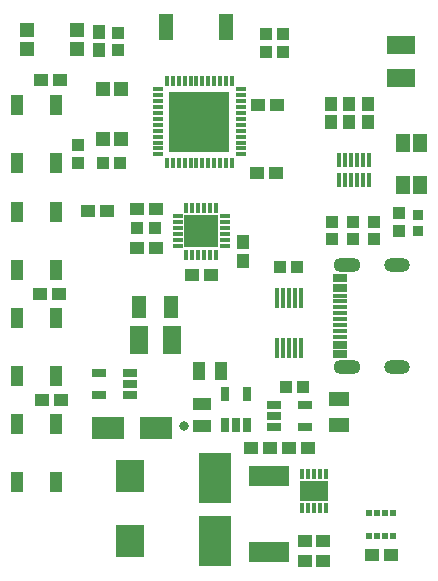
<source format=gts>
G04 Layer_Color=8388736*
%FSLAX44Y44*%
%MOMM*%
G71*
G01*
G75*
%ADD28R,1.1000X1.7000*%
%ADD62R,1.1500X1.1000*%
G04:AMPARAMS|DCode=63|XSize=1.19mm|YSize=0.42mm|CornerRadius=0.122mm|HoleSize=0mm|Usage=FLASHONLY|Rotation=270.000|XOffset=0mm|YOffset=0mm|HoleType=Round|Shape=RoundedRectangle|*
%AMROUNDEDRECTD63*
21,1,1.1900,0.1760,0,0,270.0*
21,1,0.9460,0.4200,0,0,270.0*
1,1,0.2440,-0.0880,-0.4730*
1,1,0.2440,-0.0880,0.4730*
1,1,0.2440,0.0880,0.4730*
1,1,0.2440,0.0880,-0.4730*
%
%ADD63ROUNDEDRECTD63*%
%ADD64R,2.8700X2.7700*%
%ADD65R,0.4200X0.8700*%
%ADD66R,0.8700X0.4200*%
%ADD67R,1.1000X1.1500*%
G04:AMPARAMS|DCode=68|XSize=0.92mm|YSize=0.42mm|CornerRadius=0.0735mm|HoleSize=0mm|Usage=FLASHONLY|Rotation=90.000|XOffset=0mm|YOffset=0mm|HoleType=Round|Shape=RoundedRectangle|*
%AMROUNDEDRECTD68*
21,1,0.9200,0.2730,0,0,90.0*
21,1,0.7730,0.4200,0,0,90.0*
1,1,0.1470,0.1365,0.3865*
1,1,0.1470,0.1365,-0.3865*
1,1,0.1470,-0.1365,-0.3865*
1,1,0.1470,-0.1365,0.3865*
%
%ADD68ROUNDEDRECTD68*%
G04:AMPARAMS|DCode=69|XSize=0.92mm|YSize=0.42mm|CornerRadius=0.0735mm|HoleSize=0mm|Usage=FLASHONLY|Rotation=180.000|XOffset=0mm|YOffset=0mm|HoleType=Round|Shape=RoundedRectangle|*
%AMROUNDEDRECTD69*
21,1,0.9200,0.2730,0,0,180.0*
21,1,0.7730,0.4200,0,0,180.0*
1,1,0.1470,-0.3865,0.1365*
1,1,0.1470,0.3865,0.1365*
1,1,0.1470,0.3865,-0.1365*
1,1,0.1470,-0.3865,-0.1365*
%
%ADD69ROUNDEDRECTD69*%
%ADD70R,5.2000X5.2000*%
%ADD71R,2.7000X1.9000*%
%ADD72R,2.4000X2.8000*%
%ADD73R,3.4000X1.8000*%
%ADD74R,1.2200X0.7200*%
%ADD75R,1.5500X2.4000*%
%ADD76R,1.1000X1.5000*%
%ADD77R,1.5000X1.1000*%
%ADD78R,0.7200X1.2200*%
%ADD79R,1.3000X1.9000*%
%ADD80R,0.4200X0.8200*%
%ADD81R,2.4700X1.7000*%
%ADD82R,0.5700X0.6100*%
%ADD83R,1.7000X1.2000*%
%ADD84R,1.1000X1.0000*%
%ADD85R,0.3800X1.6800*%
%ADD86R,1.0000X1.1000*%
%ADD87R,1.3100X0.4600*%
%ADD88R,1.3100X0.7600*%
%ADD89R,0.9000X0.9000*%
%ADD90R,1.2500X1.6000*%
%ADD91R,1.2000X1.2000*%
%ADD92R,1.2000X1.2000*%
%ADD93R,1.2000X2.2000*%
%ADD94R,2.4000X1.5500*%
%ADD95R,2.7000X4.2000*%
%ADD96O,2.3000X1.2500*%
%ADD97O,2.2000X1.2000*%
%ADD98C,0.8000*%
D28*
X20500Y169500D02*
D03*
X53500D02*
D03*
X20500Y218500D02*
D03*
X53500D02*
D03*
X20500Y259500D02*
D03*
X53500D02*
D03*
X20500Y308500D02*
D03*
X53500D02*
D03*
X20500Y349500D02*
D03*
X53500D02*
D03*
X20500Y398500D02*
D03*
X53500D02*
D03*
X20500Y79500D02*
D03*
X53500D02*
D03*
X20500Y128500D02*
D03*
X53500D02*
D03*
D62*
X240000Y341000D02*
D03*
X224000D02*
D03*
X225000Y399000D02*
D03*
X241000D02*
D03*
X58000Y149000D02*
D03*
X42000D02*
D03*
X219000Y108000D02*
D03*
X235000D02*
D03*
X267000D02*
D03*
X251000D02*
D03*
X264000Y13000D02*
D03*
X280000D02*
D03*
X280000Y30000D02*
D03*
X264000D02*
D03*
X321000Y17600D02*
D03*
X337000D02*
D03*
X168500Y254500D02*
D03*
X184500D02*
D03*
X56000Y239000D02*
D03*
X40000D02*
D03*
X138500Y277500D02*
D03*
X122500D02*
D03*
X138500Y310500D02*
D03*
X122500D02*
D03*
X81000Y309000D02*
D03*
X97000D02*
D03*
X57000Y420000D02*
D03*
X41000D02*
D03*
D63*
X318500Y352600D02*
D03*
X313500D02*
D03*
X308500D02*
D03*
X303500D02*
D03*
X298500D02*
D03*
X293500D02*
D03*
Y335400D02*
D03*
X298500D02*
D03*
X303500D02*
D03*
X308500D02*
D03*
X313500D02*
D03*
X318500D02*
D03*
D64*
X176250Y292250D02*
D03*
D65*
X189000Y312000D02*
D03*
X184000D02*
D03*
X179000D02*
D03*
X174000D02*
D03*
X169000D02*
D03*
X164000D02*
D03*
Y272000D02*
D03*
X169000D02*
D03*
X174000D02*
D03*
X179000D02*
D03*
X184000D02*
D03*
X189000D02*
D03*
D66*
X156500Y304500D02*
D03*
Y299500D02*
D03*
Y294500D02*
D03*
Y289500D02*
D03*
Y284500D02*
D03*
Y279500D02*
D03*
X196500D02*
D03*
Y284500D02*
D03*
Y289500D02*
D03*
Y294500D02*
D03*
Y299500D02*
D03*
Y304500D02*
D03*
D67*
X318000Y384000D02*
D03*
Y400000D02*
D03*
X302000Y384000D02*
D03*
Y400000D02*
D03*
X286000Y384000D02*
D03*
Y400000D02*
D03*
X212000Y283000D02*
D03*
Y267000D02*
D03*
X90000Y461000D02*
D03*
Y445000D02*
D03*
D68*
X202500Y419500D02*
D03*
X197500D02*
D03*
X192500D02*
D03*
X187500D02*
D03*
X182500D02*
D03*
X177500D02*
D03*
X172500D02*
D03*
X167500D02*
D03*
X162500D02*
D03*
X157500D02*
D03*
X152500D02*
D03*
X147500D02*
D03*
Y349500D02*
D03*
X152500D02*
D03*
X157500D02*
D03*
X162500D02*
D03*
X167500D02*
D03*
X172500D02*
D03*
X177500D02*
D03*
X182500D02*
D03*
X187500D02*
D03*
X192500D02*
D03*
X197500D02*
D03*
X202500D02*
D03*
D69*
X140000Y412000D02*
D03*
Y407000D02*
D03*
Y402000D02*
D03*
Y397000D02*
D03*
Y392000D02*
D03*
Y387000D02*
D03*
Y382000D02*
D03*
Y377000D02*
D03*
Y372000D02*
D03*
Y367000D02*
D03*
Y362000D02*
D03*
Y357000D02*
D03*
X210000D02*
D03*
Y362000D02*
D03*
Y367000D02*
D03*
Y372000D02*
D03*
Y377000D02*
D03*
Y382000D02*
D03*
Y387000D02*
D03*
Y392000D02*
D03*
Y397000D02*
D03*
Y402000D02*
D03*
Y407000D02*
D03*
Y412000D02*
D03*
D70*
X175000Y384500D02*
D03*
D71*
X138000Y125000D02*
D03*
X98000D02*
D03*
D72*
X116000Y84500D02*
D03*
Y29500D02*
D03*
D73*
X234000Y85000D02*
D03*
Y20000D02*
D03*
D74*
X116000Y153000D02*
D03*
Y162500D02*
D03*
Y172000D02*
D03*
X89800Y153000D02*
D03*
Y172000D02*
D03*
X238000Y145000D02*
D03*
Y135500D02*
D03*
Y126000D02*
D03*
X264200Y145000D02*
D03*
Y126000D02*
D03*
D75*
X123800Y200000D02*
D03*
X152000D02*
D03*
D76*
X174500Y174000D02*
D03*
X193500D02*
D03*
D77*
X177000Y146000D02*
D03*
Y127000D02*
D03*
D78*
X196500Y128000D02*
D03*
X206000D02*
D03*
X215500D02*
D03*
X196500Y154200D02*
D03*
X215500D02*
D03*
D79*
X124000Y228000D02*
D03*
X151000D02*
D03*
D80*
X282000Y86750D02*
D03*
X277000D02*
D03*
X272000D02*
D03*
X267000D02*
D03*
X262000D02*
D03*
X282000Y57250D02*
D03*
X277000D02*
D03*
X272000D02*
D03*
X267000D02*
D03*
X262000D02*
D03*
D81*
X272000Y72000D02*
D03*
D82*
X332000Y53000D02*
D03*
X325500D02*
D03*
X319000D02*
D03*
X338500D02*
D03*
X332000Y33600D02*
D03*
X325500D02*
D03*
X319000D02*
D03*
X338500D02*
D03*
D83*
X293000Y128000D02*
D03*
Y150000D02*
D03*
D84*
X263000Y160000D02*
D03*
X248000D02*
D03*
X137500Y294500D02*
D03*
X122500D02*
D03*
X243000Y262000D02*
D03*
X258000D02*
D03*
X93000Y350000D02*
D03*
X108000D02*
D03*
D85*
X261000Y235000D02*
D03*
X256000D02*
D03*
X251000D02*
D03*
X246000D02*
D03*
X241000D02*
D03*
X261000Y193000D02*
D03*
X256000D02*
D03*
X251000D02*
D03*
X246000D02*
D03*
X241000D02*
D03*
D86*
X287000Y285000D02*
D03*
Y300000D02*
D03*
X305000Y285000D02*
D03*
Y300000D02*
D03*
X323000Y285000D02*
D03*
Y300000D02*
D03*
X344000Y307000D02*
D03*
Y292000D02*
D03*
X72000Y365000D02*
D03*
Y350000D02*
D03*
X106000Y460000D02*
D03*
Y445000D02*
D03*
X231000Y459000D02*
D03*
Y444000D02*
D03*
X246000Y459000D02*
D03*
Y444000D02*
D03*
D87*
X294450Y202500D02*
D03*
Y207500D02*
D03*
Y212500D02*
D03*
Y237500D02*
D03*
Y232500D02*
D03*
Y227500D02*
D03*
Y217500D02*
D03*
Y222500D02*
D03*
D88*
Y244000D02*
D03*
Y196000D02*
D03*
Y252000D02*
D03*
Y188000D02*
D03*
D89*
X360000Y306000D02*
D03*
Y292000D02*
D03*
D90*
X347500Y331000D02*
D03*
X362000D02*
D03*
X347500Y367000D02*
D03*
X362000D02*
D03*
D91*
X109000Y412000D02*
D03*
X93000D02*
D03*
X109000Y370000D02*
D03*
X93000D02*
D03*
D92*
X71000Y446000D02*
D03*
Y462000D02*
D03*
X29000Y446000D02*
D03*
Y462000D02*
D03*
D93*
X197500Y465000D02*
D03*
X146500D02*
D03*
D94*
X346000Y421800D02*
D03*
Y450000D02*
D03*
D95*
X188000Y83000D02*
D03*
Y30000D02*
D03*
D96*
X300200Y263200D02*
D03*
Y176800D02*
D03*
D97*
X342000Y263200D02*
D03*
Y176800D02*
D03*
D98*
X190500Y405000D02*
D03*
X175500D02*
D03*
Y392500D02*
D03*
X188000Y393000D02*
D03*
X160500Y405000D02*
D03*
Y392500D02*
D03*
X168000Y367500D02*
D03*
X162250Y127250D02*
D03*
X156750Y367000D02*
D03*
M02*

</source>
